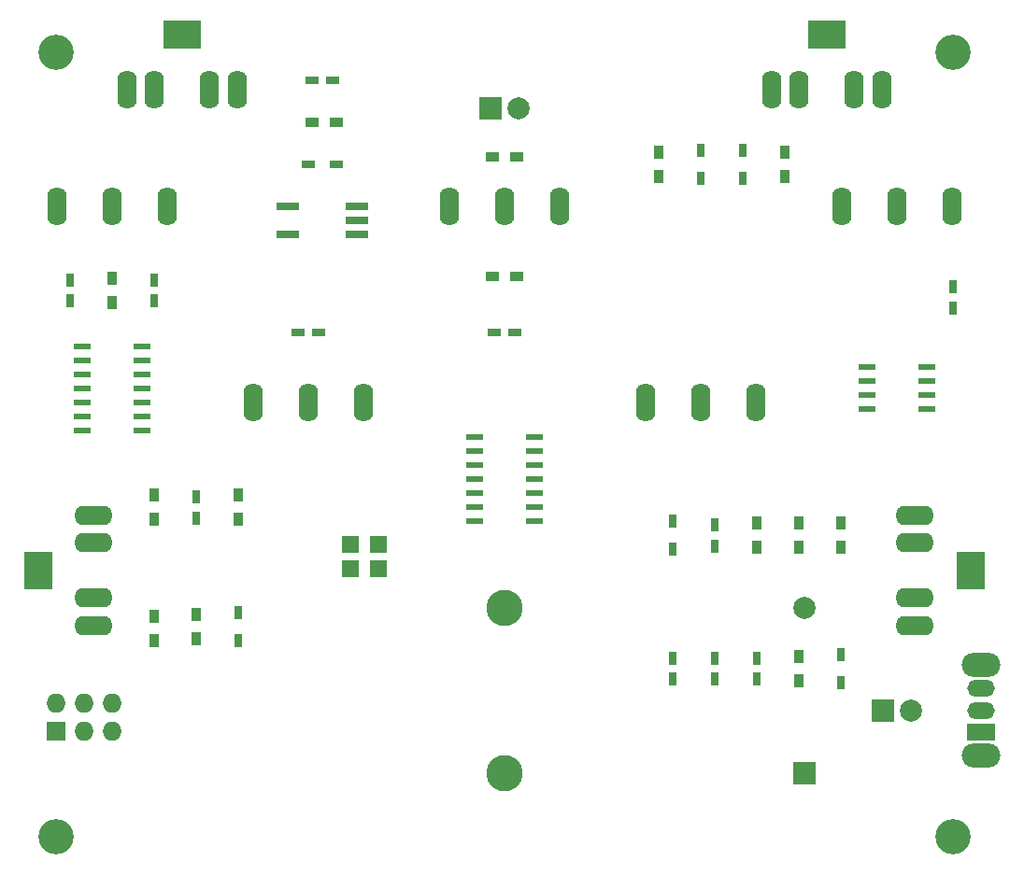
<source format=gbr>
%TF.GenerationSoftware,KiCad,Pcbnew,5.1.10*%
%TF.CreationDate,2021-07-13T00:43:58-04:00*%
%TF.ProjectId,synth,73796e74-682e-46b6-9963-61645f706362,rev?*%
%TF.SameCoordinates,Original*%
%TF.FileFunction,Soldermask,Bot*%
%TF.FilePolarity,Negative*%
%FSLAX46Y46*%
G04 Gerber Fmt 4.6, Leading zero omitted, Abs format (unit mm)*
G04 Created by KiCad (PCBNEW 5.1.10) date 2021-07-13 00:43:58*
%MOMM*%
%LPD*%
G01*
G04 APERTURE LIST*
%ADD10C,3.300000*%
%ADD11C,2.000000*%
%ADD12R,2.000000X2.000000*%
%ADD13R,2.000000X0.640000*%
%ADD14R,1.550000X0.600000*%
%ADD15R,1.500000X0.600000*%
%ADD16R,1.600000X1.500000*%
%ADD17C,3.200000*%
%ADD18O,1.750000X3.500000*%
%ADD19R,0.750000X1.200000*%
%ADD20R,1.200000X0.750000*%
%ADD21O,3.500000X2.200000*%
%ADD22O,2.500000X1.500000*%
%ADD23R,2.500000X1.500000*%
%ADD24R,0.900000X1.200000*%
%ADD25R,1.200000X0.900000*%
%ADD26R,2.500000X3.500000*%
%ADD27O,3.500000X1.750000*%
%ADD28O,1.727200X1.727200*%
%ADD29R,1.727200X1.727200*%
%ADD30R,3.500000X2.500000*%
G04 APERTURE END LIST*
D10*
%TO.C,BT1*%
X93980000Y-131445000D03*
X93980000Y-116455000D03*
D11*
X121145000Y-116455000D03*
D12*
X121145000Y-131445000D03*
%TD*%
D13*
%TO.C,U1*%
X80620000Y-82550000D03*
X80620000Y-81280000D03*
X80620000Y-80010000D03*
X74320000Y-80010000D03*
X74320000Y-82550000D03*
%TD*%
D14*
%TO.C,U4*%
X132240000Y-98425000D03*
X132240000Y-97155000D03*
X132240000Y-95885000D03*
X132240000Y-94615000D03*
X126840000Y-94615000D03*
X126840000Y-95885000D03*
X126840000Y-97155000D03*
X126840000Y-98425000D03*
%TD*%
D15*
%TO.C,U3*%
X61120000Y-100330000D03*
X61120000Y-99060000D03*
X61120000Y-97790000D03*
X61120000Y-96520000D03*
X61120000Y-95250000D03*
X61120000Y-93980000D03*
X61120000Y-92710000D03*
X55720000Y-92710000D03*
X55720000Y-93980000D03*
X55720000Y-95250000D03*
X55720000Y-96520000D03*
X55720000Y-97790000D03*
X55720000Y-99060000D03*
X55720000Y-100330000D03*
%TD*%
D16*
%TO.C,X1*%
X80010000Y-110660000D03*
X82550000Y-110660000D03*
X82550000Y-112860000D03*
X80010000Y-112860000D03*
%TD*%
D15*
%TO.C,U2*%
X96680000Y-108585000D03*
X96680000Y-107315000D03*
X96680000Y-106045000D03*
X96680000Y-104775000D03*
X96680000Y-103505000D03*
X96680000Y-102235000D03*
X96680000Y-100965000D03*
X91280000Y-100965000D03*
X91280000Y-102235000D03*
X91280000Y-103505000D03*
X91280000Y-104775000D03*
X91280000Y-106045000D03*
X91280000Y-107315000D03*
X91280000Y-108585000D03*
%TD*%
D17*
%TO.C,REF\u002A\u002A*%
X134620000Y-137160000D03*
%TD*%
%TO.C,REF\u002A\u002A*%
X53340000Y-137160000D03*
%TD*%
%TO.C,REF\u002A\u002A*%
X134620000Y-66040000D03*
%TD*%
%TO.C,REF\u002A\u002A*%
X53340000Y-66040000D03*
%TD*%
D18*
%TO.C,RV1*%
X88980000Y-80020000D03*
X93980000Y-80020000D03*
X98980000Y-80020000D03*
%TD*%
%TO.C,RV3*%
X53420000Y-80020000D03*
X58420000Y-80020000D03*
X63420000Y-80020000D03*
%TD*%
%TO.C,RV2*%
X81200000Y-97780000D03*
X76200000Y-97780000D03*
X71200000Y-97780000D03*
%TD*%
D19*
%TO.C,D7*%
X69850000Y-116840000D03*
X69850000Y-119380000D03*
%TD*%
%TO.C,D8*%
X109220000Y-108585000D03*
X109220000Y-111125000D03*
%TD*%
%TO.C,D5*%
X115570000Y-74930000D03*
X115570000Y-77470000D03*
%TD*%
%TO.C,D4*%
X111760000Y-74930000D03*
X111760000Y-77470000D03*
%TD*%
D20*
%TO.C,D2*%
X78740000Y-76200000D03*
X76200000Y-76200000D03*
%TD*%
D19*
%TO.C,D1*%
X124460000Y-120650000D03*
X124460000Y-123190000D03*
%TD*%
D21*
%TO.C,SW1*%
X137160000Y-121630000D03*
X137160000Y-129830000D03*
D22*
X137160000Y-123730000D03*
X137160000Y-125730000D03*
D23*
X137160000Y-127730000D03*
%TD*%
D18*
%TO.C,RV5*%
X124540000Y-80020000D03*
X129540000Y-80020000D03*
X134540000Y-80020000D03*
%TD*%
%TO.C,RV4*%
X116760000Y-97780000D03*
X111760000Y-97780000D03*
X106760000Y-97780000D03*
%TD*%
D24*
%TO.C,R14*%
X124460000Y-110955000D03*
X124460000Y-108755000D03*
%TD*%
%TO.C,R13*%
X116840000Y-108755000D03*
X116840000Y-110955000D03*
%TD*%
%TO.C,R12*%
X120650000Y-108755000D03*
X120650000Y-110955000D03*
%TD*%
%TO.C,R11*%
X58420000Y-88730000D03*
X58420000Y-86530000D03*
%TD*%
%TO.C,R10*%
X66040000Y-119210000D03*
X66040000Y-117010000D03*
%TD*%
%TO.C,R9*%
X62230000Y-106215000D03*
X62230000Y-108415000D03*
%TD*%
%TO.C,R8*%
X69850000Y-108415000D03*
X69850000Y-106215000D03*
%TD*%
%TO.C,R7*%
X62230000Y-119380000D03*
X62230000Y-117180000D03*
%TD*%
D25*
%TO.C,R6*%
X92880000Y-75565000D03*
X95080000Y-75565000D03*
%TD*%
D24*
%TO.C,R5*%
X107950000Y-77300000D03*
X107950000Y-75100000D03*
%TD*%
D25*
%TO.C,R4*%
X95080000Y-86360000D03*
X92880000Y-86360000D03*
%TD*%
D24*
%TO.C,R3*%
X119380000Y-75100000D03*
X119380000Y-77300000D03*
%TD*%
%TO.C,R2*%
X120650000Y-123020000D03*
X120650000Y-120820000D03*
%TD*%
D25*
%TO.C,R1*%
X76540000Y-72390000D03*
X78740000Y-72390000D03*
%TD*%
D26*
%TO.C,J5*%
X136216000Y-113030000D03*
D27*
X131210000Y-118030000D03*
X131210000Y-108030000D03*
X131210000Y-115530000D03*
X131210000Y-110530000D03*
%TD*%
D28*
%TO.C,J4*%
X58420000Y-125095000D03*
X58420000Y-127635000D03*
X55880000Y-125095000D03*
X55880000Y-127635000D03*
X53340000Y-125095000D03*
D29*
X53340000Y-127635000D03*
%TD*%
D26*
%TO.C,J3*%
X51744000Y-113030000D03*
D27*
X56750000Y-108030000D03*
X56750000Y-118030000D03*
X56750000Y-110530000D03*
X56750000Y-115530000D03*
%TD*%
D30*
%TO.C,J2*%
X123190000Y-64444000D03*
D18*
X128190000Y-69450000D03*
X118190000Y-69450000D03*
X125690000Y-69450000D03*
X120690000Y-69450000D03*
%TD*%
D30*
%TO.C,J1*%
X64770000Y-64444000D03*
D18*
X69770000Y-69450000D03*
X59770000Y-69450000D03*
X67270000Y-69450000D03*
X62270000Y-69450000D03*
%TD*%
D11*
%TO.C,D6*%
X95250000Y-71120000D03*
D12*
X92710000Y-71120000D03*
%TD*%
D11*
%TO.C,D3*%
X130810000Y-125730000D03*
D12*
X128270000Y-125730000D03*
%TD*%
D19*
%TO.C,C11*%
X134620000Y-89215000D03*
X134620000Y-87315000D03*
%TD*%
%TO.C,C10*%
X113030000Y-108905000D03*
X113030000Y-110805000D03*
%TD*%
%TO.C,C9*%
X54610000Y-88580000D03*
X54610000Y-86680000D03*
%TD*%
%TO.C,C8*%
X62230000Y-88580000D03*
X62230000Y-86680000D03*
%TD*%
D20*
%TO.C,C7*%
X77150000Y-91440000D03*
X75250000Y-91440000D03*
%TD*%
D19*
%TO.C,C6*%
X66040000Y-108265000D03*
X66040000Y-106365000D03*
%TD*%
D20*
%TO.C,C5*%
X78420000Y-68580000D03*
X76520000Y-68580000D03*
%TD*%
%TO.C,C4*%
X94930000Y-91440000D03*
X93030000Y-91440000D03*
%TD*%
D19*
%TO.C,C3*%
X109220000Y-122870000D03*
X109220000Y-120970000D03*
%TD*%
%TO.C,C2*%
X113030000Y-122870000D03*
X113030000Y-120970000D03*
%TD*%
%TO.C,C1*%
X116840000Y-122870000D03*
X116840000Y-120970000D03*
%TD*%
M02*

</source>
